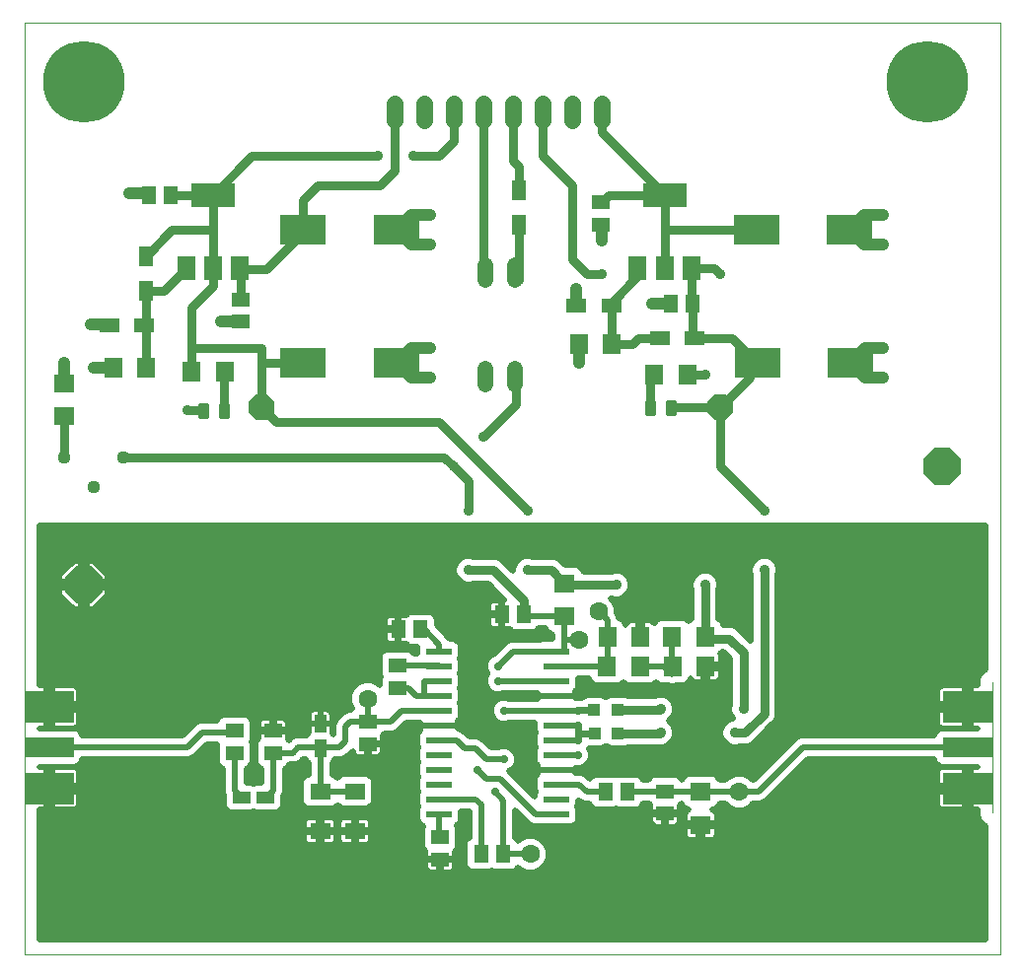
<source format=gtl>
G75*
%MOIN*%
%OFA0B0*%
%FSLAX25Y25*%
%IPPOS*%
%LPD*%
%AMOC8*
5,1,8,0,0,1.08239X$1,22.5*
%
%ADD10C,0.00000*%
%ADD11R,0.05118X0.05906*%
%ADD12R,0.05906X0.05118*%
%ADD13R,0.08700X0.02400*%
%ADD14R,0.07098X0.06299*%
%ADD15R,0.16500X0.07000*%
%ADD16R,0.16500X0.10500*%
%ADD17R,0.03937X0.03937*%
%ADD18R,0.06299X0.07098*%
%ADD19C,0.04400*%
%ADD20C,0.05200*%
%ADD21R,0.05906X0.03937*%
%ADD22R,0.03937X0.05906*%
%ADD23R,0.07087X0.05512*%
%ADD24R,0.15748X0.09843*%
%ADD25R,0.07087X0.04724*%
%ADD26R,0.06299X0.07087*%
%ADD27R,0.05906X0.07874*%
%ADD28R,0.14961X0.07874*%
%ADD29R,0.04724X0.07087*%
%ADD30OC8,0.08500*%
%ADD31C,0.06299*%
%ADD32C,0.00875*%
%ADD33C,0.05600*%
%ADD34OC8,0.12400*%
%ADD35C,0.01969*%
%ADD36C,0.02781*%
%ADD37C,0.03150*%
%ADD38C,0.03569*%
%ADD39C,0.27559*%
%ADD40C,0.05906*%
%ADD41C,0.03937*%
%ADD42C,0.02362*%
D10*
X0038506Y0001984D02*
X0038506Y0316945D01*
X0368207Y0316945D01*
X0368207Y0001984D01*
X0038506Y0001984D01*
X0038506Y0049984D02*
X0038506Y0093984D01*
X0365506Y0093984D02*
X0365506Y0049984D01*
D11*
X0242246Y0056984D03*
X0234766Y0056984D03*
X0200246Y0035984D03*
X0192766Y0035984D03*
X0172246Y0111984D03*
X0164766Y0111984D03*
X0199766Y0116984D03*
X0207246Y0116984D03*
X0256774Y0222031D03*
X0264254Y0222031D03*
X0087924Y0258937D03*
X0080443Y0258937D03*
D12*
X0111620Y0223594D03*
X0111620Y0216114D03*
X0233392Y0248933D03*
X0233392Y0256413D03*
X0164506Y0099724D03*
X0164506Y0092244D03*
X0154506Y0080724D03*
X0154506Y0073244D03*
X0122506Y0070244D03*
X0122506Y0077724D03*
X0109506Y0077724D03*
X0109506Y0070244D03*
X0179006Y0041724D03*
X0179006Y0034244D03*
X0255006Y0049744D03*
X0255006Y0057224D03*
D13*
X0218306Y0059484D03*
X0218306Y0054484D03*
X0218306Y0049484D03*
X0218306Y0064484D03*
X0218306Y0069484D03*
X0218306Y0074484D03*
X0218306Y0079484D03*
X0218306Y0084484D03*
X0218306Y0089484D03*
X0218306Y0094484D03*
X0218306Y0099484D03*
X0218306Y0104484D03*
X0178706Y0104484D03*
X0178706Y0099484D03*
X0178706Y0094484D03*
X0178706Y0089484D03*
X0178706Y0084484D03*
X0178706Y0079484D03*
X0178706Y0074484D03*
X0178706Y0069484D03*
X0178706Y0064484D03*
X0178706Y0059484D03*
X0178706Y0054484D03*
X0178706Y0049484D03*
D14*
X0221006Y0116386D03*
X0221006Y0127583D03*
X0267006Y0057083D03*
X0267006Y0045886D03*
X0051845Y0183945D03*
X0051845Y0195142D03*
D15*
X0046835Y0071984D03*
X0357178Y0071984D03*
D16*
X0357178Y0058226D03*
X0357178Y0085743D03*
X0046835Y0085743D03*
X0046835Y0058226D03*
D17*
X0231128Y0076791D03*
X0239002Y0076791D03*
X0238955Y0084772D03*
X0231081Y0084772D03*
D18*
X0235349Y0099559D03*
X0235467Y0109469D03*
X0246664Y0109469D03*
X0257349Y0109382D03*
X0257467Y0099528D03*
X0246546Y0099559D03*
X0268664Y0099528D03*
X0268546Y0109382D03*
X0262605Y0197984D03*
X0251408Y0197984D03*
X0106105Y0198984D03*
X0094908Y0198984D03*
D19*
X0071912Y0170236D03*
X0061912Y0160236D03*
X0051912Y0170236D03*
D20*
X0194254Y0194816D02*
X0194254Y0200016D01*
X0204254Y0200016D02*
X0204254Y0194816D01*
X0204254Y0230016D02*
X0204254Y0235216D01*
X0194254Y0235216D02*
X0194254Y0230016D01*
D21*
X0120091Y0055024D03*
X0111804Y0055024D03*
D22*
X0138506Y0071841D03*
X0138506Y0080128D03*
D23*
X0138451Y0057118D03*
X0150183Y0057236D03*
X0150183Y0043850D03*
X0138451Y0043732D03*
D24*
X0132758Y0201984D03*
X0164254Y0201984D03*
X0164254Y0246984D03*
X0132758Y0246984D03*
X0285858Y0246984D03*
X0317354Y0246984D03*
X0317654Y0201984D03*
X0286158Y0201984D03*
D25*
X0264967Y0210531D03*
X0253164Y0210531D03*
X0236845Y0221531D03*
X0225042Y0221531D03*
X0079093Y0214937D03*
X0067290Y0214937D03*
D26*
X0068546Y0200370D03*
X0079569Y0200370D03*
X0226065Y0208598D03*
X0237089Y0208598D03*
D27*
X0245751Y0233983D03*
X0254806Y0233983D03*
X0263861Y0233983D03*
X0111261Y0233983D03*
X0102206Y0233983D03*
X0093151Y0233983D03*
D28*
X0102206Y0258786D03*
X0254806Y0258786D03*
D29*
X0205593Y0260445D03*
X0205593Y0248642D03*
X0079554Y0238193D03*
X0079554Y0226390D03*
D30*
X0118506Y0186984D03*
X0273506Y0186984D03*
D31*
X0232506Y0117984D03*
X0226006Y0108484D03*
X0154506Y0088484D03*
X0209506Y0035984D03*
X0280006Y0056984D03*
D32*
X0258319Y0184921D02*
X0255693Y0184921D01*
X0255693Y0189047D01*
X0258319Y0189047D01*
X0258319Y0184921D01*
X0258319Y0185752D02*
X0255693Y0185752D01*
X0255693Y0186583D02*
X0258319Y0186583D01*
X0258319Y0187414D02*
X0255693Y0187414D01*
X0255693Y0188245D02*
X0258319Y0188245D01*
X0251319Y0184921D02*
X0248693Y0184921D01*
X0248693Y0189047D01*
X0251319Y0189047D01*
X0251319Y0184921D01*
X0251319Y0185752D02*
X0248693Y0185752D01*
X0248693Y0186583D02*
X0251319Y0186583D01*
X0251319Y0187414D02*
X0248693Y0187414D01*
X0248693Y0188245D02*
X0251319Y0188245D01*
X0107319Y0188047D02*
X0104693Y0188047D01*
X0107319Y0188047D02*
X0107319Y0183921D01*
X0104693Y0183921D01*
X0104693Y0188047D01*
X0104693Y0184752D02*
X0107319Y0184752D01*
X0107319Y0185583D02*
X0104693Y0185583D01*
X0104693Y0186414D02*
X0107319Y0186414D01*
X0107319Y0187245D02*
X0104693Y0187245D01*
X0100319Y0188047D02*
X0097693Y0188047D01*
X0100319Y0188047D02*
X0100319Y0183921D01*
X0097693Y0183921D01*
X0097693Y0188047D01*
X0097693Y0184752D02*
X0100319Y0184752D01*
X0100319Y0185583D02*
X0097693Y0185583D01*
X0097693Y0186414D02*
X0100319Y0186414D01*
X0100319Y0187245D02*
X0097693Y0187245D01*
D33*
X0163506Y0284184D02*
X0163506Y0289784D01*
X0173506Y0289784D02*
X0173506Y0284184D01*
X0183506Y0284184D02*
X0183506Y0289784D01*
X0193506Y0289784D02*
X0193506Y0284184D01*
X0203506Y0284184D02*
X0203506Y0289784D01*
X0213506Y0289784D02*
X0213506Y0284184D01*
X0223506Y0284184D02*
X0223506Y0289784D01*
X0233506Y0289784D02*
X0233506Y0284184D01*
D34*
X0348506Y0166984D03*
X0058506Y0126984D03*
D35*
X0057522Y0127873D02*
X0043491Y0127873D01*
X0043491Y0125906D02*
X0050322Y0125906D01*
X0050322Y0126000D02*
X0050322Y0123594D01*
X0055116Y0118800D01*
X0057522Y0118800D01*
X0057522Y0126000D01*
X0050322Y0126000D01*
X0050322Y0127968D02*
X0057522Y0127968D01*
X0057522Y0126000D01*
X0059491Y0126000D01*
X0059491Y0127968D01*
X0066691Y0127968D01*
X0066691Y0130374D01*
X0061896Y0135168D01*
X0059491Y0135168D01*
X0059491Y0127969D01*
X0057522Y0127969D01*
X0057522Y0135168D01*
X0055116Y0135168D01*
X0050322Y0130374D01*
X0050322Y0127968D01*
X0050322Y0129840D02*
X0043491Y0129840D01*
X0043491Y0131807D02*
X0051755Y0131807D01*
X0053722Y0133774D02*
X0043491Y0133774D01*
X0043491Y0135741D02*
X0185520Y0135741D01*
X0185805Y0136027D02*
X0184464Y0134685D01*
X0183738Y0132933D01*
X0183738Y0131036D01*
X0184464Y0129283D01*
X0185805Y0127942D01*
X0187558Y0127216D01*
X0189455Y0127216D01*
X0189960Y0127425D01*
X0195118Y0127425D01*
X0200622Y0121921D01*
X0200061Y0121921D01*
X0200061Y0117280D01*
X0199471Y0117280D01*
X0199471Y0121921D01*
X0196946Y0121921D01*
X0196441Y0121786D01*
X0195989Y0121525D01*
X0195619Y0121155D01*
X0195358Y0120703D01*
X0195223Y0120198D01*
X0195223Y0117280D01*
X0199471Y0117280D01*
X0199471Y0116689D01*
X0200061Y0116689D01*
X0200061Y0112047D01*
X0202451Y0112047D01*
X0202997Y0111502D01*
X0204094Y0111047D01*
X0210399Y0111047D01*
X0211496Y0111502D01*
X0212335Y0112341D01*
X0212367Y0112417D01*
X0214566Y0112417D01*
X0214927Y0111546D01*
X0215767Y0110706D01*
X0216838Y0110263D01*
X0216838Y0108668D01*
X0213363Y0108668D01*
X0212842Y0108453D01*
X0202717Y0108453D01*
X0201258Y0107849D01*
X0200142Y0106732D01*
X0197009Y0103599D01*
X0196028Y0103193D01*
X0194798Y0101962D01*
X0194131Y0100354D01*
X0194131Y0098614D01*
X0194798Y0097006D01*
X0194819Y0096984D01*
X0194798Y0096962D01*
X0194131Y0095354D01*
X0194131Y0093614D01*
X0194798Y0092006D01*
X0196028Y0090775D01*
X0197636Y0090109D01*
X0199377Y0090109D01*
X0200357Y0090516D01*
X0211972Y0090516D01*
X0211972Y0089484D01*
X0211972Y0088453D01*
X0202357Y0088453D01*
X0201377Y0088859D01*
X0199636Y0088859D01*
X0198028Y0088193D01*
X0196798Y0086962D01*
X0196131Y0085354D01*
X0196131Y0083614D01*
X0196798Y0082006D01*
X0198028Y0080775D01*
X0199636Y0080109D01*
X0201377Y0080109D01*
X0202357Y0080516D01*
X0210972Y0080516D01*
X0210972Y0077691D01*
X0211265Y0076984D01*
X0210972Y0076278D01*
X0210972Y0072691D01*
X0211265Y0071984D01*
X0210972Y0071278D01*
X0210972Y0067691D01*
X0211426Y0066594D01*
X0211994Y0066026D01*
X0211972Y0065945D01*
X0211972Y0064484D01*
X0211972Y0063023D01*
X0211994Y0062942D01*
X0211426Y0062375D01*
X0210972Y0061278D01*
X0210972Y0057691D01*
X0211265Y0056984D01*
X0210972Y0056278D01*
X0210972Y0055318D01*
X0202298Y0063991D01*
X0202984Y0064275D01*
X0204215Y0065506D01*
X0204881Y0067114D01*
X0204881Y0068854D01*
X0204215Y0070462D01*
X0202984Y0071693D01*
X0201377Y0072359D01*
X0199636Y0072359D01*
X0198655Y0071953D01*
X0196337Y0071953D01*
X0193066Y0075223D01*
X0191608Y0075828D01*
X0188775Y0075828D01*
X0186754Y0077849D01*
X0185296Y0078453D01*
X0185041Y0078453D01*
X0185041Y0079484D01*
X0178706Y0079484D01*
X0172372Y0079484D01*
X0172372Y0078023D01*
X0172394Y0077942D01*
X0171826Y0077375D01*
X0171372Y0076278D01*
X0171372Y0072691D01*
X0171665Y0071984D01*
X0171372Y0071278D01*
X0171372Y0067691D01*
X0171665Y0066984D01*
X0171372Y0066278D01*
X0171372Y0062691D01*
X0171665Y0061984D01*
X0171372Y0061278D01*
X0171372Y0057691D01*
X0171665Y0056984D01*
X0171372Y0056278D01*
X0171372Y0052691D01*
X0171665Y0051984D01*
X0171372Y0051278D01*
X0171372Y0047691D01*
X0171826Y0046594D01*
X0172666Y0045754D01*
X0173320Y0045483D01*
X0173069Y0044877D01*
X0173069Y0038572D01*
X0173524Y0037475D01*
X0174069Y0036929D01*
X0174069Y0034539D01*
X0178711Y0034539D01*
X0178711Y0033949D01*
X0174069Y0033949D01*
X0174069Y0031424D01*
X0174205Y0030919D01*
X0174466Y0030467D01*
X0174835Y0030097D01*
X0175288Y0029836D01*
X0175792Y0029701D01*
X0178711Y0029701D01*
X0178711Y0033949D01*
X0179302Y0033949D01*
X0179302Y0034539D01*
X0183943Y0034539D01*
X0183943Y0036929D01*
X0184489Y0037475D01*
X0184943Y0038572D01*
X0184943Y0044877D01*
X0184604Y0045695D01*
X0184747Y0045754D01*
X0185586Y0046594D01*
X0186041Y0047691D01*
X0186041Y0050516D01*
X0188798Y0050516D01*
X0188798Y0041583D01*
X0188517Y0041467D01*
X0187677Y0040627D01*
X0187223Y0039531D01*
X0187223Y0032438D01*
X0187677Y0031341D01*
X0188517Y0030502D01*
X0189613Y0030047D01*
X0195919Y0030047D01*
X0196506Y0030291D01*
X0197094Y0030047D01*
X0203399Y0030047D01*
X0204496Y0030502D01*
X0205335Y0031341D01*
X0205376Y0031440D01*
X0206032Y0030784D01*
X0208286Y0029850D01*
X0210726Y0029850D01*
X0212981Y0030784D01*
X0214706Y0032510D01*
X0215640Y0034764D01*
X0215640Y0037204D01*
X0214706Y0039459D01*
X0212981Y0041184D01*
X0210726Y0042118D01*
X0208286Y0042118D01*
X0206032Y0041184D01*
X0205376Y0040529D01*
X0205335Y0040627D01*
X0204496Y0041467D01*
X0204215Y0041583D01*
X0204215Y0050850D01*
X0208945Y0046120D01*
X0210404Y0045516D01*
X0212842Y0045516D01*
X0213363Y0045300D01*
X0223250Y0045300D01*
X0224347Y0045754D01*
X0225186Y0046594D01*
X0225641Y0047691D01*
X0225641Y0051278D01*
X0225348Y0051984D01*
X0225641Y0052691D01*
X0225641Y0054238D01*
X0226258Y0053620D01*
X0227717Y0053016D01*
X0229398Y0053016D01*
X0229677Y0052341D01*
X0230517Y0051502D01*
X0231613Y0051047D01*
X0237919Y0051047D01*
X0238506Y0051291D01*
X0239094Y0051047D01*
X0245399Y0051047D01*
X0246496Y0051502D01*
X0247335Y0052341D01*
X0247615Y0053016D01*
X0249507Y0053016D01*
X0249524Y0052975D01*
X0250069Y0052429D01*
X0250069Y0050039D01*
X0254711Y0050039D01*
X0254711Y0049449D01*
X0250069Y0049449D01*
X0250069Y0046924D01*
X0250205Y0046419D01*
X0250466Y0045967D01*
X0250835Y0045597D01*
X0251288Y0045336D01*
X0251792Y0045201D01*
X0254711Y0045201D01*
X0254711Y0049449D01*
X0255302Y0049449D01*
X0255302Y0050039D01*
X0259943Y0050039D01*
X0259943Y0052429D01*
X0260489Y0052975D01*
X0260556Y0053138D01*
X0260927Y0052243D01*
X0261767Y0051403D01*
X0262863Y0050949D01*
X0262931Y0050949D01*
X0262691Y0050884D01*
X0262239Y0050623D01*
X0261869Y0050254D01*
X0261608Y0049801D01*
X0261473Y0049297D01*
X0261473Y0046476D01*
X0266416Y0046476D01*
X0266416Y0045295D01*
X0267597Y0045295D01*
X0267597Y0040752D01*
X0270817Y0040752D01*
X0271321Y0040887D01*
X0271774Y0041148D01*
X0272143Y0041518D01*
X0272405Y0041970D01*
X0272540Y0042475D01*
X0272540Y0045295D01*
X0267597Y0045295D01*
X0267597Y0046476D01*
X0272540Y0046476D01*
X0272540Y0049297D01*
X0272405Y0049801D01*
X0272143Y0050254D01*
X0271774Y0050623D01*
X0271321Y0050884D01*
X0271081Y0050949D01*
X0271149Y0050949D01*
X0272246Y0051403D01*
X0273085Y0052243D01*
X0273446Y0053114D01*
X0275202Y0053114D01*
X0276532Y0051784D01*
X0278786Y0050850D01*
X0281226Y0050850D01*
X0283481Y0051784D01*
X0284712Y0053016D01*
X0287296Y0053016D01*
X0288754Y0053620D01*
X0289871Y0054736D01*
X0303150Y0068016D01*
X0345944Y0068016D01*
X0345944Y0067891D01*
X0346398Y0066794D01*
X0347237Y0065954D01*
X0348334Y0065500D01*
X0360522Y0065500D01*
X0360522Y0065460D01*
X0358162Y0065460D01*
X0358162Y0059210D01*
X0356194Y0059210D01*
X0356194Y0065460D01*
X0348667Y0065460D01*
X0348162Y0065325D01*
X0347710Y0065064D01*
X0347340Y0064694D01*
X0347079Y0064242D01*
X0346944Y0063737D01*
X0346944Y0059210D01*
X0356194Y0059210D01*
X0356194Y0057242D01*
X0358162Y0057242D01*
X0358162Y0050992D01*
X0360522Y0050992D01*
X0360522Y0048993D01*
X0361281Y0047161D01*
X0362683Y0045759D01*
X0363223Y0045535D01*
X0363223Y0006968D01*
X0043491Y0006968D01*
X0043491Y0050992D01*
X0045850Y0050992D01*
X0045850Y0057242D01*
X0047819Y0057242D01*
X0047819Y0059210D01*
X0057069Y0059210D01*
X0057069Y0063737D01*
X0056934Y0064242D01*
X0056672Y0064694D01*
X0056303Y0065064D01*
X0055851Y0065325D01*
X0055346Y0065460D01*
X0047819Y0065460D01*
X0047819Y0059210D01*
X0045850Y0059210D01*
X0045850Y0065460D01*
X0043491Y0065460D01*
X0043491Y0065500D01*
X0055678Y0065500D01*
X0056775Y0065954D01*
X0057615Y0066794D01*
X0058069Y0067891D01*
X0058069Y0068016D01*
X0094296Y0068016D01*
X0095754Y0068620D01*
X0096871Y0069736D01*
X0100150Y0073016D01*
X0103569Y0073016D01*
X0103569Y0067091D01*
X0104024Y0065995D01*
X0104863Y0065155D01*
X0105538Y0064876D01*
X0105538Y0056531D01*
X0105867Y0055738D01*
X0105867Y0052462D01*
X0106321Y0051365D01*
X0107160Y0050525D01*
X0108257Y0050071D01*
X0115350Y0050071D01*
X0115947Y0050318D01*
X0116545Y0050071D01*
X0123637Y0050071D01*
X0124734Y0050525D01*
X0125574Y0051365D01*
X0126028Y0052462D01*
X0126028Y0055571D01*
X0126475Y0056650D01*
X0126475Y0064876D01*
X0127149Y0065155D01*
X0127989Y0065995D01*
X0128105Y0066276D01*
X0130056Y0066276D01*
X0131514Y0066880D01*
X0132650Y0068016D01*
X0133669Y0068016D01*
X0134008Y0067197D01*
X0134538Y0066667D01*
X0134538Y0062858D01*
X0134314Y0062858D01*
X0133217Y0062404D01*
X0132378Y0061564D01*
X0131924Y0060468D01*
X0131924Y0053769D01*
X0132378Y0052672D01*
X0133217Y0051832D01*
X0134314Y0051378D01*
X0142588Y0051378D01*
X0143685Y0051832D01*
X0144376Y0052524D01*
X0144950Y0051950D01*
X0146047Y0051496D01*
X0154320Y0051496D01*
X0155417Y0051950D01*
X0156257Y0052790D01*
X0156711Y0053887D01*
X0156711Y0060586D01*
X0156257Y0061683D01*
X0155417Y0062522D01*
X0154320Y0062976D01*
X0146047Y0062976D01*
X0144950Y0062522D01*
X0144258Y0061831D01*
X0143685Y0062404D01*
X0142588Y0062858D01*
X0142475Y0062858D01*
X0142475Y0066667D01*
X0143005Y0067197D01*
X0143344Y0068016D01*
X0145796Y0068016D01*
X0147254Y0068620D01*
X0149569Y0070935D01*
X0149569Y0070424D01*
X0149705Y0069919D01*
X0149966Y0069467D01*
X0150335Y0069097D01*
X0150788Y0068836D01*
X0151292Y0068701D01*
X0154211Y0068701D01*
X0154211Y0072949D01*
X0154802Y0072949D01*
X0154802Y0073539D01*
X0159443Y0073539D01*
X0159443Y0075929D01*
X0159989Y0076475D01*
X0160105Y0076756D01*
X0163036Y0076756D01*
X0164494Y0077360D01*
X0167650Y0080516D01*
X0172372Y0080516D01*
X0172372Y0079484D01*
X0178706Y0079484D01*
X0178706Y0079484D01*
X0178706Y0079484D01*
X0185041Y0079484D01*
X0185041Y0080945D01*
X0185019Y0081026D01*
X0185586Y0081594D01*
X0186041Y0082691D01*
X0186041Y0086278D01*
X0185748Y0086984D01*
X0186041Y0087691D01*
X0186041Y0091278D01*
X0185748Y0091984D01*
X0186041Y0092691D01*
X0186041Y0096278D01*
X0185748Y0096984D01*
X0186041Y0097691D01*
X0186041Y0101278D01*
X0185748Y0101984D01*
X0186041Y0102691D01*
X0186041Y0106278D01*
X0185586Y0107375D01*
X0184747Y0108214D01*
X0183650Y0108668D01*
X0182221Y0108668D01*
X0182071Y0109032D01*
X0177790Y0113313D01*
X0177790Y0115531D01*
X0177335Y0116627D01*
X0176496Y0117467D01*
X0175399Y0117921D01*
X0169094Y0117921D01*
X0167997Y0117467D01*
X0167451Y0116921D01*
X0165061Y0116921D01*
X0165061Y0112280D01*
X0164471Y0112280D01*
X0164471Y0116921D01*
X0161946Y0116921D01*
X0161441Y0116786D01*
X0160989Y0116525D01*
X0160619Y0116155D01*
X0160358Y0115703D01*
X0160223Y0115198D01*
X0160223Y0112280D01*
X0164471Y0112280D01*
X0164471Y0111689D01*
X0165061Y0111689D01*
X0165061Y0107047D01*
X0167451Y0107047D01*
X0167997Y0106502D01*
X0169094Y0106047D01*
X0171372Y0106047D01*
X0171372Y0103693D01*
X0170105Y0103693D01*
X0169989Y0103974D01*
X0169149Y0104813D01*
X0168053Y0105268D01*
X0160960Y0105268D01*
X0159863Y0104813D01*
X0159024Y0103974D01*
X0158569Y0102877D01*
X0158569Y0096572D01*
X0158813Y0095984D01*
X0158569Y0095397D01*
X0158569Y0093096D01*
X0157981Y0093684D01*
X0155726Y0094618D01*
X0153286Y0094618D01*
X0151032Y0093684D01*
X0149306Y0091959D01*
X0148372Y0089704D01*
X0148372Y0087264D01*
X0149234Y0085184D01*
X0149024Y0084974D01*
X0148907Y0084693D01*
X0147957Y0084693D01*
X0146498Y0084089D01*
X0144758Y0082349D01*
X0143642Y0081232D01*
X0143038Y0079774D01*
X0143038Y0076404D01*
X0143005Y0076484D01*
X0142459Y0077029D01*
X0142459Y0080128D01*
X0142459Y0083342D01*
X0142324Y0083847D01*
X0142063Y0084299D01*
X0141693Y0084668D01*
X0141241Y0084930D01*
X0140736Y0085065D01*
X0138506Y0085065D01*
X0136277Y0085065D01*
X0135772Y0084930D01*
X0135319Y0084668D01*
X0134950Y0084299D01*
X0134689Y0083847D01*
X0134554Y0083342D01*
X0134554Y0080128D01*
X0138506Y0080128D01*
X0138506Y0080128D01*
X0134554Y0080128D01*
X0134554Y0077029D01*
X0134008Y0076484D01*
X0133788Y0075953D01*
X0130217Y0075953D01*
X0128758Y0075349D01*
X0127946Y0074536D01*
X0127443Y0075039D01*
X0127443Y0077429D01*
X0122802Y0077429D01*
X0122802Y0078020D01*
X0127443Y0078020D01*
X0127443Y0080545D01*
X0127308Y0081049D01*
X0127047Y0081502D01*
X0126677Y0081871D01*
X0126225Y0082132D01*
X0125720Y0082268D01*
X0122802Y0082268D01*
X0122802Y0078020D01*
X0122211Y0078020D01*
X0122211Y0082268D01*
X0119292Y0082268D01*
X0118788Y0082132D01*
X0118335Y0081871D01*
X0117966Y0081502D01*
X0117705Y0081049D01*
X0117569Y0080545D01*
X0117569Y0078020D01*
X0122211Y0078020D01*
X0122211Y0077429D01*
X0117569Y0077429D01*
X0117569Y0075039D01*
X0117024Y0074494D01*
X0116569Y0073397D01*
X0116569Y0067091D01*
X0117024Y0065995D01*
X0117863Y0065155D01*
X0118538Y0064876D01*
X0118538Y0059976D01*
X0116545Y0059976D01*
X0115947Y0059729D01*
X0115350Y0059976D01*
X0113475Y0059976D01*
X0113475Y0064876D01*
X0114149Y0065155D01*
X0114989Y0065995D01*
X0115443Y0067091D01*
X0115443Y0073397D01*
X0115200Y0073984D01*
X0115443Y0074572D01*
X0115443Y0080877D01*
X0114989Y0081974D01*
X0114149Y0082813D01*
X0113053Y0083268D01*
X0105960Y0083268D01*
X0104863Y0082813D01*
X0104024Y0081974D01*
X0103601Y0080953D01*
X0097717Y0080953D01*
X0096258Y0080349D01*
X0091862Y0075953D01*
X0058069Y0075953D01*
X0058069Y0076078D01*
X0057615Y0077175D01*
X0056775Y0078014D01*
X0055678Y0078468D01*
X0043491Y0078468D01*
X0043491Y0078508D01*
X0045850Y0078508D01*
X0045850Y0084758D01*
X0047819Y0084758D01*
X0047819Y0078508D01*
X0055346Y0078508D01*
X0055851Y0078643D01*
X0056303Y0078905D01*
X0056672Y0079274D01*
X0056934Y0079727D01*
X0057069Y0080231D01*
X0057069Y0084758D01*
X0047819Y0084758D01*
X0047819Y0086727D01*
X0045850Y0086727D01*
X0045850Y0092977D01*
X0043491Y0092977D01*
X0043491Y0146984D01*
X0363223Y0146984D01*
X0363223Y0098433D01*
X0362683Y0098210D01*
X0361281Y0096808D01*
X0360522Y0094976D01*
X0360522Y0092977D01*
X0358162Y0092977D01*
X0358162Y0086727D01*
X0356194Y0086727D01*
X0356194Y0092977D01*
X0348667Y0092977D01*
X0348162Y0092842D01*
X0347710Y0092580D01*
X0347340Y0092211D01*
X0347079Y0091758D01*
X0346944Y0091254D01*
X0346944Y0086727D01*
X0356194Y0086727D01*
X0356194Y0084758D01*
X0358162Y0084758D01*
X0358162Y0078508D01*
X0360522Y0078508D01*
X0360522Y0078468D01*
X0348334Y0078468D01*
X0347237Y0078014D01*
X0346398Y0077175D01*
X0345944Y0076078D01*
X0345944Y0075953D01*
X0300717Y0075953D01*
X0299258Y0075349D01*
X0284862Y0060953D01*
X0284712Y0060953D01*
X0283481Y0062184D01*
X0281226Y0063118D01*
X0278786Y0063118D01*
X0276532Y0062184D01*
X0275399Y0061051D01*
X0273446Y0061051D01*
X0273085Y0061923D01*
X0272246Y0062762D01*
X0271149Y0063217D01*
X0262863Y0063217D01*
X0261767Y0062762D01*
X0260927Y0061923D01*
X0260625Y0061193D01*
X0260605Y0061193D01*
X0260489Y0061474D01*
X0259649Y0062313D01*
X0258553Y0062768D01*
X0251460Y0062768D01*
X0250363Y0062313D01*
X0249524Y0061474D01*
X0249308Y0060953D01*
X0247615Y0060953D01*
X0247335Y0061627D01*
X0246496Y0062467D01*
X0245399Y0062921D01*
X0239094Y0062921D01*
X0238506Y0062678D01*
X0237919Y0062921D01*
X0231613Y0062921D01*
X0230517Y0062467D01*
X0229677Y0061627D01*
X0229618Y0061485D01*
X0228254Y0062849D01*
X0226796Y0063453D01*
X0224641Y0063453D01*
X0224641Y0064484D01*
X0218306Y0064484D01*
X0211972Y0064484D01*
X0218306Y0064484D01*
X0218306Y0064484D01*
X0218306Y0064484D01*
X0224641Y0064484D01*
X0224641Y0065109D01*
X0226377Y0065109D01*
X0227984Y0065775D01*
X0229215Y0067006D01*
X0229881Y0068614D01*
X0229881Y0070354D01*
X0229266Y0071839D01*
X0233690Y0071839D01*
X0234787Y0072293D01*
X0235065Y0072571D01*
X0235343Y0072293D01*
X0236440Y0071839D01*
X0241564Y0071839D01*
X0242515Y0072232D01*
X0252518Y0072232D01*
X0252558Y0072216D01*
X0254455Y0072216D01*
X0256207Y0072942D01*
X0257549Y0074283D01*
X0258275Y0076036D01*
X0258275Y0077933D01*
X0257549Y0079685D01*
X0256250Y0080984D01*
X0257549Y0082283D01*
X0258275Y0084036D01*
X0258275Y0085933D01*
X0257549Y0087685D01*
X0256207Y0089027D01*
X0254455Y0089753D01*
X0252558Y0089753D01*
X0251539Y0089331D01*
X0242468Y0089331D01*
X0241517Y0089724D01*
X0236393Y0089724D01*
X0235296Y0089270D01*
X0235018Y0088992D01*
X0234740Y0089270D01*
X0233643Y0089724D01*
X0228519Y0089724D01*
X0227422Y0089270D01*
X0227089Y0088937D01*
X0224965Y0088937D01*
X0224777Y0088859D01*
X0224641Y0088859D01*
X0224641Y0089484D01*
X0218306Y0089484D01*
X0211972Y0089484D01*
X0218306Y0089484D01*
X0218306Y0089484D01*
X0218306Y0089484D01*
X0224641Y0089484D01*
X0224641Y0090945D01*
X0224619Y0091026D01*
X0225186Y0091594D01*
X0225641Y0092691D01*
X0225641Y0095516D01*
X0229215Y0095516D01*
X0229215Y0095416D01*
X0229669Y0094319D01*
X0230509Y0093480D01*
X0231606Y0093026D01*
X0239092Y0093026D01*
X0240189Y0093480D01*
X0240947Y0094238D01*
X0241706Y0093480D01*
X0242802Y0093026D01*
X0250289Y0093026D01*
X0251386Y0093480D01*
X0251991Y0094085D01*
X0252627Y0093448D01*
X0253724Y0092994D01*
X0255794Y0092994D01*
X0256559Y0092677D01*
X0258138Y0092677D01*
X0258903Y0092994D01*
X0261210Y0092994D01*
X0262307Y0093448D01*
X0263146Y0094288D01*
X0263601Y0095385D01*
X0263601Y0095453D01*
X0263665Y0095212D01*
X0263926Y0094760D01*
X0264296Y0094391D01*
X0264748Y0094129D01*
X0265253Y0093994D01*
X0268073Y0093994D01*
X0268073Y0098937D01*
X0269254Y0098937D01*
X0269254Y0093994D01*
X0272075Y0093994D01*
X0272579Y0094129D01*
X0273032Y0094391D01*
X0273401Y0094760D01*
X0273662Y0095212D01*
X0273798Y0095717D01*
X0273798Y0098937D01*
X0269254Y0098937D01*
X0269254Y0100118D01*
X0273798Y0100118D01*
X0273798Y0103338D01*
X0273718Y0103635D01*
X0274225Y0104142D01*
X0274316Y0104362D01*
X0274681Y0104362D01*
X0276947Y0102096D01*
X0276947Y0086438D01*
X0276738Y0085933D01*
X0276738Y0084036D01*
X0277464Y0082283D01*
X0277994Y0081753D01*
X0277558Y0081753D01*
X0275805Y0081027D01*
X0274464Y0079685D01*
X0273738Y0077933D01*
X0273738Y0076036D01*
X0274464Y0074283D01*
X0275805Y0072942D01*
X0277558Y0072216D01*
X0279455Y0072216D01*
X0279960Y0072425D01*
X0282913Y0072425D01*
X0284589Y0073119D01*
X0291089Y0079619D01*
X0292371Y0080902D01*
X0293065Y0082577D01*
X0293065Y0130530D01*
X0293275Y0131036D01*
X0293275Y0132933D01*
X0292549Y0134685D01*
X0291207Y0136027D01*
X0289455Y0136753D01*
X0287558Y0136753D01*
X0285805Y0136027D01*
X0284464Y0134685D01*
X0283738Y0132933D01*
X0283738Y0131036D01*
X0283947Y0130530D01*
X0283947Y0107991D01*
X0279152Y0112786D01*
X0277476Y0113480D01*
X0274680Y0113480D01*
X0274680Y0113525D01*
X0274225Y0114622D01*
X0273386Y0115461D01*
X0273065Y0115594D01*
X0273065Y0125530D01*
X0273275Y0126036D01*
X0273275Y0127933D01*
X0272549Y0129685D01*
X0271207Y0131027D01*
X0269455Y0131753D01*
X0267558Y0131753D01*
X0265805Y0131027D01*
X0264464Y0129685D01*
X0263738Y0127933D01*
X0263738Y0126036D01*
X0263947Y0125530D01*
X0263947Y0115561D01*
X0263706Y0115461D01*
X0262947Y0114703D01*
X0262189Y0115461D01*
X0261092Y0115915D01*
X0253606Y0115915D01*
X0252509Y0115461D01*
X0251669Y0114622D01*
X0251464Y0114127D01*
X0251401Y0114236D01*
X0251032Y0114605D01*
X0250579Y0114867D01*
X0250075Y0115002D01*
X0247254Y0115002D01*
X0247254Y0110059D01*
X0246073Y0110059D01*
X0246073Y0115002D01*
X0243253Y0115002D01*
X0242748Y0114867D01*
X0242296Y0114605D01*
X0241926Y0114236D01*
X0241665Y0113784D01*
X0241601Y0113543D01*
X0241601Y0113611D01*
X0241146Y0114708D01*
X0240307Y0115548D01*
X0239388Y0115928D01*
X0238831Y0117272D01*
X0238640Y0117463D01*
X0238640Y0119204D01*
X0237706Y0121459D01*
X0236740Y0122425D01*
X0237052Y0122425D01*
X0237558Y0122216D01*
X0239455Y0122216D01*
X0241207Y0122942D01*
X0242549Y0124283D01*
X0243275Y0126036D01*
X0243275Y0127933D01*
X0242549Y0129685D01*
X0241207Y0131027D01*
X0239455Y0131753D01*
X0237558Y0131753D01*
X0237052Y0131543D01*
X0227450Y0131543D01*
X0227085Y0132423D01*
X0226246Y0133262D01*
X0225149Y0133717D01*
X0221320Y0133717D01*
X0220470Y0134567D01*
X0219187Y0135849D01*
X0217512Y0136543D01*
X0209960Y0136543D01*
X0209455Y0136753D01*
X0207558Y0136753D01*
X0205805Y0136027D01*
X0204464Y0134685D01*
X0203738Y0132933D01*
X0203738Y0131700D01*
X0199589Y0135849D01*
X0197913Y0136543D01*
X0189960Y0136543D01*
X0189455Y0136753D01*
X0187558Y0136753D01*
X0185805Y0136027D01*
X0184086Y0133774D02*
X0063291Y0133774D01*
X0065258Y0131807D02*
X0183738Y0131807D01*
X0184233Y0129840D02*
X0066691Y0129840D01*
X0066691Y0126000D02*
X0059491Y0126000D01*
X0059491Y0118800D01*
X0061896Y0118800D01*
X0066691Y0123594D01*
X0066691Y0126000D01*
X0066691Y0125906D02*
X0196637Y0125906D01*
X0198604Y0123939D02*
X0066691Y0123939D01*
X0065069Y0121972D02*
X0200571Y0121972D01*
X0200061Y0120005D02*
X0199471Y0120005D01*
X0199471Y0118038D02*
X0200061Y0118038D01*
X0199471Y0116689D02*
X0195223Y0116689D01*
X0195223Y0113770D01*
X0195358Y0113266D01*
X0195619Y0112813D01*
X0195989Y0112444D01*
X0196441Y0112182D01*
X0196946Y0112047D01*
X0199471Y0112047D01*
X0199471Y0116689D01*
X0199471Y0116071D02*
X0200061Y0116071D01*
X0200061Y0114104D02*
X0199471Y0114104D01*
X0199471Y0112137D02*
X0200061Y0112137D01*
X0196610Y0112137D02*
X0178966Y0112137D01*
X0177790Y0114104D02*
X0195223Y0114104D01*
X0195223Y0116071D02*
X0177566Y0116071D01*
X0173506Y0111984D02*
X0178706Y0106784D01*
X0178706Y0104484D01*
X0178466Y0099724D02*
X0164506Y0099724D01*
X0158569Y0100335D02*
X0043491Y0100335D01*
X0043491Y0098368D02*
X0158569Y0098368D01*
X0158640Y0096401D02*
X0043491Y0096401D01*
X0043491Y0094434D02*
X0152842Y0094434D01*
X0156171Y0094434D02*
X0158569Y0094434D01*
X0164506Y0092244D02*
X0168246Y0092244D01*
X0171006Y0089484D01*
X0173506Y0089484D01*
X0173506Y0094484D01*
X0178706Y0094484D01*
X0178706Y0089484D02*
X0173506Y0089484D01*
X0178706Y0084484D02*
X0166006Y0084484D01*
X0162246Y0080724D01*
X0154506Y0080724D01*
X0148746Y0080724D01*
X0147006Y0078984D01*
X0147006Y0073984D01*
X0145006Y0071984D01*
X0138650Y0071984D01*
X0131006Y0071984D01*
X0129266Y0070244D01*
X0122506Y0070244D01*
X0122506Y0057439D01*
X0120091Y0055024D01*
X0126028Y0055094D02*
X0131924Y0055094D01*
X0131924Y0057061D02*
X0126475Y0057061D01*
X0126475Y0059028D02*
X0131924Y0059028D01*
X0132142Y0060995D02*
X0126475Y0060995D01*
X0126475Y0062962D02*
X0134538Y0062962D01*
X0134538Y0064929D02*
X0126603Y0064929D01*
X0131530Y0066896D02*
X0134309Y0066896D01*
X0138506Y0071841D02*
X0138506Y0057299D01*
X0138569Y0057236D01*
X0138451Y0057118D01*
X0138569Y0057236D02*
X0150183Y0057236D01*
X0156711Y0057061D02*
X0171633Y0057061D01*
X0171372Y0059028D02*
X0156711Y0059028D01*
X0156542Y0060995D02*
X0171372Y0060995D01*
X0171372Y0062962D02*
X0154356Y0062962D01*
X0154802Y0068701D02*
X0157720Y0068701D01*
X0158225Y0068836D01*
X0158677Y0069097D01*
X0159047Y0069467D01*
X0159308Y0069919D01*
X0159443Y0070424D01*
X0159443Y0072949D01*
X0154802Y0072949D01*
X0154802Y0068701D01*
X0154802Y0068863D02*
X0154211Y0068863D01*
X0154211Y0070830D02*
X0154802Y0070830D01*
X0154802Y0072797D02*
X0154211Y0072797D01*
X0149569Y0070830D02*
X0149464Y0070830D01*
X0150741Y0068863D02*
X0147497Y0068863D01*
X0142703Y0066896D02*
X0171628Y0066896D01*
X0171372Y0068863D02*
X0158271Y0068863D01*
X0159443Y0070830D02*
X0171372Y0070830D01*
X0171372Y0072797D02*
X0159443Y0072797D01*
X0159443Y0074764D02*
X0171372Y0074764D01*
X0171560Y0076731D02*
X0160095Y0076731D01*
X0154506Y0080724D02*
X0154506Y0088484D01*
X0149814Y0092467D02*
X0056416Y0092467D01*
X0056303Y0092580D02*
X0055851Y0092842D01*
X0055346Y0092977D01*
X0047819Y0092977D01*
X0047819Y0086727D01*
X0057069Y0086727D01*
X0057069Y0091254D01*
X0056934Y0091758D01*
X0056672Y0092211D01*
X0056303Y0092580D01*
X0057069Y0090500D02*
X0148702Y0090500D01*
X0148372Y0088533D02*
X0057069Y0088533D01*
X0057069Y0084599D02*
X0135250Y0084599D01*
X0134554Y0082632D02*
X0114331Y0082632D01*
X0115443Y0080665D02*
X0117602Y0080665D01*
X0117569Y0078698D02*
X0115443Y0078698D01*
X0115443Y0076731D02*
X0117569Y0076731D01*
X0117294Y0074764D02*
X0115443Y0074764D01*
X0115443Y0072797D02*
X0116569Y0072797D01*
X0116569Y0070830D02*
X0115443Y0070830D01*
X0115443Y0068863D02*
X0116569Y0068863D01*
X0116650Y0066896D02*
X0115362Y0066896D01*
X0113603Y0064929D02*
X0118410Y0064929D01*
X0118538Y0062962D02*
X0113475Y0062962D01*
X0113475Y0060995D02*
X0118538Y0060995D01*
X0111804Y0055024D02*
X0109506Y0057321D01*
X0109506Y0070244D01*
X0103569Y0070830D02*
X0097964Y0070830D01*
X0099931Y0072797D02*
X0103569Y0072797D01*
X0103569Y0068863D02*
X0095997Y0068863D01*
X0093506Y0071984D02*
X0046835Y0071984D01*
X0045850Y0078698D02*
X0047819Y0078698D01*
X0047819Y0080665D02*
X0045850Y0080665D01*
X0045850Y0082632D02*
X0047819Y0082632D01*
X0047819Y0084599D02*
X0045850Y0084599D01*
X0047819Y0086566D02*
X0148662Y0086566D01*
X0147730Y0084599D02*
X0141763Y0084599D01*
X0142459Y0082632D02*
X0145042Y0082632D01*
X0143407Y0080665D02*
X0142459Y0080665D01*
X0142459Y0080128D02*
X0138506Y0080128D01*
X0138506Y0085065D01*
X0138506Y0080128D01*
X0138506Y0080128D01*
X0138506Y0080128D01*
X0142459Y0080128D01*
X0142459Y0078698D02*
X0143038Y0078698D01*
X0143038Y0076731D02*
X0142758Y0076731D01*
X0138506Y0080665D02*
X0138506Y0080665D01*
X0138506Y0082632D02*
X0138506Y0082632D01*
X0138506Y0084599D02*
X0138506Y0084599D01*
X0134554Y0080665D02*
X0127411Y0080665D01*
X0127443Y0078698D02*
X0134554Y0078698D01*
X0134255Y0076731D02*
X0127443Y0076731D01*
X0127719Y0074764D02*
X0128174Y0074764D01*
X0122802Y0078698D02*
X0122211Y0078698D01*
X0122211Y0080665D02*
X0122802Y0080665D01*
X0109506Y0077724D02*
X0108766Y0076984D01*
X0098506Y0076984D01*
X0093506Y0071984D01*
X0092641Y0076731D02*
X0057798Y0076731D01*
X0055945Y0078698D02*
X0094608Y0078698D01*
X0097022Y0080665D02*
X0057069Y0080665D01*
X0057069Y0082632D02*
X0104682Y0082632D01*
X0103650Y0066896D02*
X0057657Y0066896D01*
X0056438Y0064929D02*
X0105410Y0064929D01*
X0105538Y0062962D02*
X0057069Y0062962D01*
X0057069Y0060995D02*
X0105538Y0060995D01*
X0105538Y0059028D02*
X0047819Y0059028D01*
X0047819Y0057242D02*
X0057069Y0057242D01*
X0057069Y0052715D01*
X0056934Y0052210D01*
X0056672Y0051758D01*
X0056303Y0051388D01*
X0055851Y0051127D01*
X0055346Y0050992D01*
X0047819Y0050992D01*
X0047819Y0057242D01*
X0047819Y0057061D02*
X0045850Y0057061D01*
X0045850Y0055094D02*
X0047819Y0055094D01*
X0047819Y0053127D02*
X0045850Y0053127D01*
X0045850Y0051160D02*
X0047819Y0051160D01*
X0043491Y0049193D02*
X0171372Y0049193D01*
X0171372Y0051160D02*
X0125369Y0051160D01*
X0126028Y0053127D02*
X0132190Y0053127D01*
X0134142Y0048337D02*
X0133690Y0048076D01*
X0133320Y0047707D01*
X0133059Y0047254D01*
X0132924Y0046749D01*
X0132924Y0044126D01*
X0138057Y0044126D01*
X0138057Y0043339D01*
X0132924Y0043339D01*
X0132924Y0040715D01*
X0133059Y0040210D01*
X0133320Y0039758D01*
X0133690Y0039389D01*
X0134142Y0039127D01*
X0134647Y0038992D01*
X0138057Y0038992D01*
X0138057Y0043338D01*
X0138845Y0043338D01*
X0138845Y0038992D01*
X0142256Y0038992D01*
X0142760Y0039127D01*
X0143213Y0039389D01*
X0143582Y0039758D01*
X0143844Y0040210D01*
X0143979Y0040715D01*
X0143979Y0043339D01*
X0138845Y0043339D01*
X0138845Y0044126D01*
X0143979Y0044126D01*
X0143979Y0046749D01*
X0143844Y0047254D01*
X0143582Y0047707D01*
X0143213Y0048076D01*
X0142760Y0048337D01*
X0142256Y0048472D01*
X0138845Y0048472D01*
X0138845Y0044126D01*
X0138057Y0044126D01*
X0138057Y0048472D01*
X0134647Y0048472D01*
X0134142Y0048337D01*
X0133051Y0047226D02*
X0043491Y0047226D01*
X0043491Y0045259D02*
X0132924Y0045259D01*
X0132924Y0043292D02*
X0043491Y0043292D01*
X0043491Y0041325D02*
X0132924Y0041325D01*
X0133743Y0039358D02*
X0043491Y0039358D01*
X0043491Y0037391D02*
X0173608Y0037391D01*
X0174069Y0035424D02*
X0043491Y0035424D01*
X0043491Y0033456D02*
X0174069Y0033456D01*
X0174069Y0031489D02*
X0043491Y0031489D01*
X0043491Y0029522D02*
X0363223Y0029522D01*
X0363223Y0027555D02*
X0043491Y0027555D01*
X0043491Y0025588D02*
X0363223Y0025588D01*
X0363223Y0023621D02*
X0043491Y0023621D01*
X0043491Y0021654D02*
X0363223Y0021654D01*
X0363223Y0019687D02*
X0043491Y0019687D01*
X0043491Y0017720D02*
X0363223Y0017720D01*
X0363223Y0015753D02*
X0043491Y0015753D01*
X0043491Y0013786D02*
X0363223Y0013786D01*
X0363223Y0011819D02*
X0043491Y0011819D01*
X0043491Y0009852D02*
X0363223Y0009852D01*
X0363223Y0007885D02*
X0043491Y0007885D01*
X0055907Y0051160D02*
X0106526Y0051160D01*
X0105867Y0053127D02*
X0057069Y0053127D01*
X0057069Y0055094D02*
X0105867Y0055094D01*
X0105538Y0057061D02*
X0057069Y0057061D01*
X0047819Y0060995D02*
X0045850Y0060995D01*
X0045850Y0062962D02*
X0047819Y0062962D01*
X0047819Y0064929D02*
X0045850Y0064929D01*
X0045850Y0088533D02*
X0047819Y0088533D01*
X0047819Y0090500D02*
X0045850Y0090500D01*
X0045850Y0092467D02*
X0047819Y0092467D01*
X0043491Y0102302D02*
X0158569Y0102302D01*
X0159319Y0104269D02*
X0043491Y0104269D01*
X0043491Y0106236D02*
X0168638Y0106236D01*
X0169694Y0104269D02*
X0171372Y0104269D01*
X0165061Y0108203D02*
X0164471Y0108203D01*
X0164471Y0107047D02*
X0164471Y0111689D01*
X0160223Y0111689D01*
X0160223Y0108770D01*
X0160358Y0108266D01*
X0160619Y0107813D01*
X0160989Y0107444D01*
X0161441Y0107182D01*
X0161946Y0107047D01*
X0164471Y0107047D01*
X0164471Y0110170D02*
X0165061Y0110170D01*
X0164471Y0112137D02*
X0043491Y0112137D01*
X0043491Y0110170D02*
X0160223Y0110170D01*
X0160394Y0108203D02*
X0043491Y0108203D01*
X0043491Y0114104D02*
X0160223Y0114104D01*
X0160571Y0116071D02*
X0043491Y0116071D01*
X0043491Y0118038D02*
X0195223Y0118038D01*
X0195223Y0120005D02*
X0063101Y0120005D01*
X0059491Y0120005D02*
X0057522Y0120005D01*
X0057522Y0121972D02*
X0059491Y0121972D01*
X0059491Y0123939D02*
X0057522Y0123939D01*
X0057522Y0125906D02*
X0059491Y0125906D01*
X0059491Y0127873D02*
X0185970Y0127873D01*
X0199697Y0135741D02*
X0205520Y0135741D01*
X0204086Y0133774D02*
X0201664Y0133774D01*
X0203631Y0131807D02*
X0203738Y0131807D01*
X0219295Y0135741D02*
X0285520Y0135741D01*
X0284086Y0133774D02*
X0221262Y0133774D01*
X0227340Y0131807D02*
X0283738Y0131807D01*
X0283947Y0129840D02*
X0272394Y0129840D01*
X0273275Y0127873D02*
X0283947Y0127873D01*
X0283947Y0125906D02*
X0273221Y0125906D01*
X0273065Y0123939D02*
X0283947Y0123939D01*
X0283947Y0121972D02*
X0273065Y0121972D01*
X0273065Y0120005D02*
X0283947Y0120005D01*
X0283947Y0118038D02*
X0273065Y0118038D01*
X0273065Y0116071D02*
X0283947Y0116071D01*
X0283947Y0114104D02*
X0274440Y0114104D01*
X0279801Y0112137D02*
X0283947Y0112137D01*
X0283947Y0110170D02*
X0281768Y0110170D01*
X0283735Y0108203D02*
X0283947Y0108203D01*
X0293065Y0108203D02*
X0363223Y0108203D01*
X0363223Y0106236D02*
X0293065Y0106236D01*
X0293065Y0104269D02*
X0363223Y0104269D01*
X0363223Y0102302D02*
X0293065Y0102302D01*
X0293065Y0100335D02*
X0363223Y0100335D01*
X0363065Y0098368D02*
X0293065Y0098368D01*
X0293065Y0096401D02*
X0361112Y0096401D01*
X0360522Y0094434D02*
X0293065Y0094434D01*
X0293065Y0092467D02*
X0347596Y0092467D01*
X0346944Y0090500D02*
X0293065Y0090500D01*
X0293065Y0088533D02*
X0346944Y0088533D01*
X0346944Y0084758D02*
X0346944Y0080231D01*
X0347079Y0079727D01*
X0347340Y0079274D01*
X0347710Y0078905D01*
X0348162Y0078643D01*
X0348667Y0078508D01*
X0356194Y0078508D01*
X0356194Y0084758D01*
X0346944Y0084758D01*
X0346944Y0084599D02*
X0293065Y0084599D01*
X0293065Y0086566D02*
X0356194Y0086566D01*
X0356194Y0088533D02*
X0358162Y0088533D01*
X0358162Y0090500D02*
X0356194Y0090500D01*
X0356194Y0092467D02*
X0358162Y0092467D01*
X0358162Y0084599D02*
X0356194Y0084599D01*
X0356194Y0082632D02*
X0358162Y0082632D01*
X0358162Y0080665D02*
X0356194Y0080665D01*
X0356194Y0078698D02*
X0358162Y0078698D01*
X0357178Y0071984D02*
X0301506Y0071984D01*
X0286506Y0056984D01*
X0280006Y0056984D01*
X0279908Y0057083D01*
X0267006Y0057083D01*
X0266865Y0057224D01*
X0255006Y0057224D01*
X0254766Y0056984D01*
X0242246Y0056984D01*
X0238822Y0051160D02*
X0238190Y0051160D01*
X0234766Y0056984D02*
X0228506Y0056984D01*
X0226006Y0059484D01*
X0218306Y0059484D01*
X0211988Y0062962D02*
X0203328Y0062962D01*
X0203638Y0064929D02*
X0211972Y0064929D01*
X0211301Y0066896D02*
X0204791Y0066896D01*
X0204878Y0068863D02*
X0210972Y0068863D01*
X0210972Y0070830D02*
X0203848Y0070830D01*
X0200506Y0067984D02*
X0194693Y0067984D01*
X0190818Y0071859D01*
X0187131Y0071859D01*
X0184506Y0074484D01*
X0178706Y0074484D01*
X0185041Y0078698D02*
X0210972Y0078698D01*
X0211160Y0076731D02*
X0187872Y0076731D01*
X0185041Y0080665D02*
X0198295Y0080665D01*
X0196538Y0082632D02*
X0186016Y0082632D01*
X0186041Y0084599D02*
X0196131Y0084599D01*
X0196633Y0086566D02*
X0185921Y0086566D01*
X0186041Y0088533D02*
X0198849Y0088533D01*
X0200319Y0090500D02*
X0211972Y0090500D01*
X0211972Y0088533D02*
X0202164Y0088533D01*
X0200506Y0084484D02*
X0218306Y0084484D01*
X0225506Y0084484D01*
X0225506Y0079484D02*
X0218306Y0079484D01*
X0218306Y0074484D02*
X0225506Y0074484D01*
X0229684Y0070830D02*
X0294740Y0070830D01*
X0296707Y0072797D02*
X0283810Y0072797D01*
X0286233Y0074764D02*
X0298674Y0074764D01*
X0291089Y0079619D02*
X0291089Y0079619D01*
X0290167Y0078698D02*
X0348068Y0078698D01*
X0346944Y0080665D02*
X0292134Y0080665D01*
X0293065Y0082632D02*
X0346944Y0082632D01*
X0346214Y0076731D02*
X0288200Y0076731D01*
X0292773Y0068863D02*
X0229881Y0068863D01*
X0229105Y0066896D02*
X0290805Y0066896D01*
X0288838Y0064929D02*
X0224641Y0064929D01*
X0227981Y0062962D02*
X0262248Y0062962D01*
X0271764Y0062962D02*
X0278409Y0062962D01*
X0281604Y0062962D02*
X0286871Y0062962D01*
X0284904Y0060995D02*
X0284670Y0060995D01*
X0290228Y0055094D02*
X0346944Y0055094D01*
X0346944Y0057061D02*
X0292195Y0057061D01*
X0294162Y0059028D02*
X0356194Y0059028D01*
X0356194Y0057242D02*
X0346944Y0057242D01*
X0346944Y0052715D01*
X0347079Y0052210D01*
X0347340Y0051758D01*
X0347710Y0051388D01*
X0348162Y0051127D01*
X0348667Y0050992D01*
X0356194Y0050992D01*
X0356194Y0057242D01*
X0356194Y0057061D02*
X0358162Y0057061D01*
X0358162Y0055094D02*
X0356194Y0055094D01*
X0356194Y0053127D02*
X0358162Y0053127D01*
X0358162Y0051160D02*
X0356194Y0051160D01*
X0360522Y0049193D02*
X0272540Y0049193D01*
X0272540Y0047226D02*
X0361254Y0047226D01*
X0363223Y0045259D02*
X0272540Y0045259D01*
X0272540Y0043292D02*
X0363223Y0043292D01*
X0363223Y0041325D02*
X0271950Y0041325D01*
X0267597Y0041325D02*
X0266416Y0041325D01*
X0266416Y0040752D02*
X0266416Y0045295D01*
X0261473Y0045295D01*
X0261473Y0042475D01*
X0261608Y0041970D01*
X0261869Y0041518D01*
X0262239Y0041148D01*
X0262691Y0040887D01*
X0263196Y0040752D01*
X0266416Y0040752D01*
X0266416Y0043292D02*
X0267597Y0043292D01*
X0267597Y0045259D02*
X0266416Y0045259D01*
X0261473Y0045259D02*
X0258436Y0045259D01*
X0258220Y0045201D02*
X0258725Y0045336D01*
X0259177Y0045597D01*
X0259547Y0045967D01*
X0259808Y0046419D01*
X0259943Y0046924D01*
X0259943Y0049449D01*
X0255302Y0049449D01*
X0255302Y0045201D01*
X0258220Y0045201D01*
X0259943Y0047226D02*
X0261473Y0047226D01*
X0261473Y0049193D02*
X0259943Y0049193D01*
X0259943Y0051160D02*
X0262355Y0051160D01*
X0260561Y0053127D02*
X0260552Y0053127D01*
X0255302Y0049193D02*
X0254711Y0049193D01*
X0254711Y0047226D02*
X0255302Y0047226D01*
X0255302Y0045259D02*
X0254711Y0045259D01*
X0251577Y0045259D02*
X0204215Y0045259D01*
X0204215Y0047226D02*
X0207840Y0047226D01*
X0205873Y0049193D02*
X0204215Y0049193D01*
X0204215Y0043292D02*
X0261473Y0043292D01*
X0262063Y0041325D02*
X0212642Y0041325D01*
X0214748Y0039358D02*
X0363223Y0039358D01*
X0363223Y0037391D02*
X0215563Y0037391D01*
X0215640Y0035424D02*
X0363223Y0035424D01*
X0363223Y0033456D02*
X0215098Y0033456D01*
X0213686Y0031489D02*
X0363223Y0031489D01*
X0348105Y0051160D02*
X0281973Y0051160D01*
X0278040Y0051160D02*
X0271658Y0051160D01*
X0287563Y0053127D02*
X0346944Y0053127D01*
X0346944Y0060995D02*
X0296129Y0060995D01*
X0298096Y0062962D02*
X0346944Y0062962D01*
X0347575Y0064929D02*
X0300063Y0064929D01*
X0302030Y0066896D02*
X0346356Y0066896D01*
X0356194Y0064929D02*
X0358162Y0064929D01*
X0358162Y0062962D02*
X0356194Y0062962D01*
X0356194Y0060995D02*
X0358162Y0060995D01*
X0363223Y0110170D02*
X0293065Y0110170D01*
X0293065Y0112137D02*
X0363223Y0112137D01*
X0363223Y0114104D02*
X0293065Y0114104D01*
X0293065Y0116071D02*
X0363223Y0116071D01*
X0363223Y0118038D02*
X0293065Y0118038D01*
X0293065Y0120005D02*
X0363223Y0120005D01*
X0363223Y0121972D02*
X0293065Y0121972D01*
X0293065Y0123939D02*
X0363223Y0123939D01*
X0363223Y0125906D02*
X0293065Y0125906D01*
X0293065Y0127873D02*
X0363223Y0127873D01*
X0363223Y0129840D02*
X0293065Y0129840D01*
X0293275Y0131807D02*
X0363223Y0131807D01*
X0363223Y0133774D02*
X0292926Y0133774D01*
X0291493Y0135741D02*
X0363223Y0135741D01*
X0363223Y0137708D02*
X0043491Y0137708D01*
X0043491Y0139675D02*
X0363223Y0139675D01*
X0363223Y0141642D02*
X0043491Y0141642D01*
X0043491Y0143609D02*
X0363223Y0143609D01*
X0363223Y0145576D02*
X0043491Y0145576D01*
X0057522Y0133774D02*
X0059491Y0133774D01*
X0059491Y0131807D02*
X0057522Y0131807D01*
X0057522Y0129840D02*
X0059491Y0129840D01*
X0051944Y0121972D02*
X0043491Y0121972D01*
X0043491Y0120005D02*
X0053911Y0120005D01*
X0050322Y0123939D02*
X0043491Y0123939D01*
X0138506Y0071841D02*
X0138650Y0071984D01*
X0142475Y0064929D02*
X0171372Y0064929D01*
X0171372Y0055094D02*
X0156711Y0055094D01*
X0156396Y0053127D02*
X0171372Y0053127D01*
X0171565Y0047226D02*
X0155615Y0047226D01*
X0155576Y0047372D02*
X0155315Y0047825D01*
X0154945Y0048194D01*
X0154493Y0048455D01*
X0153988Y0048591D01*
X0150577Y0048591D01*
X0150577Y0044244D01*
X0149790Y0044244D01*
X0149790Y0048591D01*
X0146379Y0048591D01*
X0145874Y0048455D01*
X0145422Y0048194D01*
X0145052Y0047825D01*
X0144791Y0047372D01*
X0144656Y0046868D01*
X0144656Y0044244D01*
X0149790Y0044244D01*
X0149790Y0043457D01*
X0144656Y0043457D01*
X0144656Y0040833D01*
X0144791Y0040329D01*
X0145052Y0039876D01*
X0145422Y0039507D01*
X0145874Y0039245D01*
X0146379Y0039110D01*
X0149790Y0039110D01*
X0149790Y0043457D01*
X0150577Y0043457D01*
X0150577Y0044244D01*
X0155711Y0044244D01*
X0155711Y0046868D01*
X0155576Y0047372D01*
X0155711Y0045259D02*
X0173227Y0045259D01*
X0173069Y0043292D02*
X0155711Y0043292D01*
X0155711Y0043457D02*
X0155711Y0040833D01*
X0155576Y0040329D01*
X0155315Y0039876D01*
X0154945Y0039507D01*
X0154493Y0039245D01*
X0153988Y0039110D01*
X0150577Y0039110D01*
X0150577Y0043457D01*
X0155711Y0043457D01*
X0155711Y0041325D02*
X0173069Y0041325D01*
X0173069Y0039358D02*
X0154687Y0039358D01*
X0150577Y0039358D02*
X0149790Y0039358D01*
X0149790Y0041325D02*
X0150577Y0041325D01*
X0150577Y0043292D02*
X0149790Y0043292D01*
X0149790Y0045259D02*
X0150577Y0045259D01*
X0150577Y0047226D02*
X0149790Y0047226D01*
X0144752Y0047226D02*
X0143851Y0047226D01*
X0143979Y0045259D02*
X0144656Y0045259D01*
X0144656Y0043292D02*
X0143979Y0043292D01*
X0143979Y0041325D02*
X0144656Y0041325D01*
X0145680Y0039358D02*
X0143159Y0039358D01*
X0138845Y0039358D02*
X0138057Y0039358D01*
X0138057Y0041325D02*
X0138845Y0041325D01*
X0138845Y0043292D02*
X0138057Y0043292D01*
X0138057Y0045259D02*
X0138845Y0045259D01*
X0138845Y0047226D02*
X0138057Y0047226D01*
X0142475Y0062962D02*
X0146011Y0062962D01*
X0165832Y0078698D02*
X0172372Y0078698D01*
X0186041Y0090500D02*
X0196693Y0090500D01*
X0194607Y0092467D02*
X0185948Y0092467D01*
X0186041Y0094434D02*
X0194131Y0094434D01*
X0194565Y0096401D02*
X0185990Y0096401D01*
X0186041Y0098368D02*
X0194233Y0098368D01*
X0194131Y0100335D02*
X0186041Y0100335D01*
X0185880Y0102302D02*
X0195137Y0102302D01*
X0197679Y0104269D02*
X0186041Y0104269D01*
X0186041Y0106236D02*
X0199646Y0106236D01*
X0202114Y0108203D02*
X0184758Y0108203D01*
X0180933Y0110170D02*
X0216838Y0110170D01*
X0214682Y0112137D02*
X0212131Y0112137D01*
X0207845Y0116386D02*
X0207345Y0116886D01*
X0207246Y0116984D01*
X0207845Y0116386D02*
X0221006Y0116386D01*
X0220806Y0116186D01*
X0220806Y0108484D01*
X0226006Y0108484D01*
X0220806Y0108484D02*
X0220806Y0104484D01*
X0218306Y0104484D01*
X0203506Y0104484D01*
X0198506Y0099484D01*
X0198506Y0094484D02*
X0218306Y0094484D01*
X0225641Y0094434D02*
X0229622Y0094434D01*
X0225548Y0092467D02*
X0276947Y0092467D01*
X0276947Y0094434D02*
X0273075Y0094434D01*
X0273798Y0096401D02*
X0276947Y0096401D01*
X0276947Y0098368D02*
X0273798Y0098368D01*
X0273798Y0100335D02*
X0276947Y0100335D01*
X0276741Y0102302D02*
X0273798Y0102302D01*
X0274278Y0104269D02*
X0274774Y0104269D01*
X0269254Y0098368D02*
X0268073Y0098368D01*
X0268073Y0096401D02*
X0269254Y0096401D01*
X0269254Y0094434D02*
X0268073Y0094434D01*
X0264252Y0094434D02*
X0263207Y0094434D01*
X0257349Y0096646D02*
X0257349Y0099646D01*
X0257467Y0099528D01*
X0257349Y0099646D02*
X0257349Y0109382D01*
X0263947Y0116071D02*
X0239328Y0116071D01*
X0238640Y0118038D02*
X0263947Y0118038D01*
X0263947Y0120005D02*
X0238308Y0120005D01*
X0237193Y0121972D02*
X0263947Y0121972D01*
X0263947Y0123939D02*
X0242205Y0123939D01*
X0243221Y0125906D02*
X0263791Y0125906D01*
X0263738Y0127873D02*
X0243275Y0127873D01*
X0242394Y0129840D02*
X0264619Y0129840D01*
X0247254Y0114104D02*
X0246073Y0114104D01*
X0246073Y0112137D02*
X0247254Y0112137D01*
X0247254Y0110170D02*
X0246073Y0110170D01*
X0241850Y0114104D02*
X0241397Y0114104D01*
X0235467Y0115024D02*
X0235467Y0109469D01*
X0235467Y0099677D01*
X0235349Y0099559D01*
X0235274Y0099484D01*
X0218306Y0099484D01*
X0224641Y0090500D02*
X0276947Y0090500D01*
X0276947Y0088533D02*
X0256701Y0088533D01*
X0258013Y0086566D02*
X0276947Y0086566D01*
X0276738Y0084599D02*
X0258275Y0084599D01*
X0257693Y0082632D02*
X0277319Y0082632D01*
X0275443Y0080665D02*
X0256569Y0080665D01*
X0257958Y0078698D02*
X0274055Y0078698D01*
X0273738Y0076731D02*
X0258275Y0076731D01*
X0257748Y0074764D02*
X0274265Y0074764D01*
X0276155Y0072797D02*
X0255858Y0072797D01*
X0249325Y0060995D02*
X0247598Y0060995D01*
X0245670Y0051160D02*
X0250069Y0051160D01*
X0250069Y0049193D02*
X0225641Y0049193D01*
X0225641Y0051160D02*
X0231342Y0051160D01*
X0227449Y0053127D02*
X0225641Y0053127D01*
X0218306Y0049484D02*
X0211193Y0049484D01*
X0199318Y0061359D01*
X0194631Y0061359D01*
X0191506Y0064484D01*
X0195493Y0072797D02*
X0210972Y0072797D01*
X0210972Y0074764D02*
X0193526Y0074764D01*
X0205295Y0060995D02*
X0210972Y0060995D01*
X0210972Y0059028D02*
X0207262Y0059028D01*
X0209229Y0057061D02*
X0211233Y0057061D01*
X0200246Y0054244D02*
X0200246Y0035984D01*
X0209506Y0035984D01*
X0206370Y0041325D02*
X0204638Y0041325D01*
X0192766Y0035984D02*
X0192766Y0052724D01*
X0191006Y0054484D01*
X0178706Y0054484D01*
X0178706Y0049484D02*
X0178706Y0042024D01*
X0179006Y0041724D01*
X0184943Y0041325D02*
X0188374Y0041325D01*
X0188798Y0043292D02*
X0184943Y0043292D01*
X0184785Y0045259D02*
X0188798Y0045259D01*
X0188798Y0047226D02*
X0185848Y0047226D01*
X0186041Y0049193D02*
X0188798Y0049193D01*
X0197506Y0056984D02*
X0200246Y0054244D01*
X0187223Y0039358D02*
X0184943Y0039358D01*
X0184405Y0037391D02*
X0187223Y0037391D01*
X0187223Y0035424D02*
X0183943Y0035424D01*
X0183943Y0033949D02*
X0179302Y0033949D01*
X0179302Y0029701D01*
X0182220Y0029701D01*
X0182725Y0029836D01*
X0183177Y0030097D01*
X0183547Y0030467D01*
X0183808Y0030919D01*
X0183943Y0031424D01*
X0183943Y0033949D01*
X0183943Y0033456D02*
X0187223Y0033456D01*
X0187616Y0031489D02*
X0183943Y0031489D01*
X0179302Y0031489D02*
X0178711Y0031489D01*
X0178711Y0033456D02*
X0179302Y0033456D01*
X0225448Y0047226D02*
X0250069Y0047226D01*
X0225506Y0069484D02*
X0218306Y0069484D01*
X0254435Y0099559D02*
X0257349Y0096646D01*
X0254435Y0099559D02*
X0246546Y0099559D01*
X0235467Y0115024D02*
X0232506Y0117984D01*
X0178706Y0099484D02*
X0178466Y0099724D01*
X0173506Y0111984D02*
X0172246Y0111984D01*
X0165061Y0114104D02*
X0164471Y0114104D01*
X0164471Y0116071D02*
X0165061Y0116071D01*
D36*
X0186506Y0104484D03*
X0186506Y0099484D03*
X0191506Y0104484D03*
X0198506Y0099484D03*
X0198506Y0094484D03*
X0201006Y0089484D03*
X0206006Y0089484D03*
X0211006Y0089484D03*
X0200506Y0084484D03*
X0206006Y0077984D03*
X0206006Y0072984D03*
X0206506Y0067984D03*
X0211006Y0064484D03*
X0209006Y0059984D03*
X0206006Y0063484D03*
X0200506Y0067984D03*
X0191506Y0064484D03*
X0197506Y0056984D03*
X0186506Y0079484D03*
X0186506Y0084484D03*
X0186506Y0089484D03*
X0186506Y0094484D03*
X0225506Y0084484D03*
X0225506Y0079484D03*
X0225506Y0074484D03*
X0225506Y0069484D03*
D37*
X0239002Y0076791D02*
X0253313Y0076791D01*
X0253506Y0076984D01*
X0253294Y0084772D02*
X0253506Y0084984D01*
X0253294Y0084772D02*
X0238955Y0084772D01*
X0268506Y0108921D02*
X0269006Y0108921D01*
X0276569Y0108921D01*
X0281506Y0103984D01*
X0281506Y0084984D01*
X0288506Y0083484D02*
X0282006Y0076984D01*
X0278506Y0076984D01*
X0288506Y0083484D02*
X0288506Y0131984D01*
X0268506Y0126984D02*
X0268506Y0108921D01*
X0268546Y0109382D02*
X0269006Y0108921D01*
X0238506Y0126984D02*
X0221605Y0126984D01*
X0221006Y0127583D01*
X0216605Y0131984D01*
X0208506Y0131984D01*
X0207345Y0121646D02*
X0207345Y0116886D01*
X0207345Y0121646D02*
X0197006Y0131984D01*
X0188506Y0131984D01*
X0188506Y0151984D02*
X0188506Y0161984D01*
X0183506Y0166984D01*
X0180254Y0170236D01*
X0071912Y0170236D01*
X0051912Y0170236D02*
X0051912Y0183878D01*
X0051845Y0183945D01*
X0079569Y0200370D02*
X0079569Y0215382D01*
X0079554Y0215398D01*
X0079093Y0214937D01*
X0079554Y0215398D02*
X0079554Y0226390D01*
X0085558Y0226390D01*
X0093151Y0233983D01*
X0102206Y0233983D02*
X0102206Y0228184D01*
X0094908Y0220886D01*
X0094908Y0206984D01*
X0118506Y0206984D01*
X0118506Y0186984D01*
X0123506Y0181984D01*
X0178506Y0181984D01*
X0208506Y0151984D01*
X0193506Y0176984D02*
X0204506Y0187984D01*
X0204506Y0199764D01*
X0204254Y0200016D01*
X0237089Y0208598D02*
X0244089Y0208598D01*
X0246022Y0210531D01*
X0253164Y0210531D01*
X0264254Y0211244D02*
X0264254Y0221236D01*
X0263861Y0221629D01*
X0263861Y0233983D01*
X0271508Y0233983D01*
X0273506Y0231984D01*
X0264254Y0222031D02*
X0264254Y0221236D01*
X0264254Y0211244D02*
X0264967Y0210531D01*
X0277611Y0210531D01*
X0286158Y0201984D01*
X0283506Y0201984D01*
X0283506Y0196984D01*
X0273506Y0186984D01*
X0273506Y0166984D01*
X0288506Y0151984D01*
X0273506Y0186984D02*
X0257006Y0186984D01*
X0250006Y0186984D02*
X0250006Y0196583D01*
X0251408Y0197984D01*
X0262605Y0197984D02*
X0268506Y0197984D01*
X0237089Y0208598D02*
X0237089Y0221287D01*
X0236845Y0221531D01*
X0236845Y0222576D01*
X0245751Y0231483D01*
X0245751Y0233983D01*
X0254806Y0233983D02*
X0254806Y0246984D01*
X0285858Y0246984D01*
X0254806Y0246984D02*
X0254806Y0258786D01*
X0235765Y0258786D01*
X0233392Y0256413D01*
X0223506Y0261984D02*
X0223506Y0236984D01*
X0228506Y0231984D01*
X0233506Y0231984D01*
X0205593Y0230016D02*
X0204254Y0230016D01*
X0205593Y0230016D02*
X0205593Y0248642D01*
X0205593Y0260445D02*
X0205593Y0268358D01*
X0203506Y0270445D01*
X0203506Y0286984D01*
X0213506Y0286984D02*
X0213506Y0271984D01*
X0223506Y0261984D01*
X0233506Y0280086D02*
X0254806Y0258786D01*
X0233506Y0280086D02*
X0233506Y0286984D01*
X0193506Y0286984D02*
X0193506Y0230016D01*
X0194254Y0230016D01*
X0158506Y0261984D02*
X0163506Y0266984D01*
X0163506Y0286984D01*
X0158006Y0271984D02*
X0115405Y0271984D01*
X0102206Y0258786D01*
X0088075Y0258786D01*
X0087924Y0258937D01*
X0088345Y0246984D02*
X0102206Y0246984D01*
X0102206Y0233983D01*
X0111261Y0233983D02*
X0111620Y0233624D01*
X0120146Y0233624D01*
X0132758Y0246236D01*
X0132758Y0246984D01*
X0132758Y0256984D01*
X0137758Y0261984D01*
X0158506Y0261984D01*
X0170006Y0271984D02*
X0178506Y0271984D01*
X0183506Y0276984D01*
X0183506Y0286984D01*
X0111620Y0233624D02*
X0111620Y0223594D01*
X0094908Y0206984D02*
X0094908Y0198984D01*
X0106006Y0198886D02*
X0106105Y0198984D01*
X0106006Y0198886D02*
X0106006Y0185984D01*
X0099006Y0185984D02*
X0093506Y0185984D01*
X0118506Y0186984D02*
X0118506Y0201984D01*
X0132758Y0201984D01*
X0088345Y0246984D02*
X0079554Y0238193D01*
X0102206Y0246984D02*
X0102206Y0258786D01*
D38*
X0074006Y0259484D03*
X0061006Y0214984D03*
X0052006Y0201984D03*
X0062006Y0200484D03*
X0093506Y0185984D03*
X0105006Y0215984D03*
X0175506Y0206984D03*
X0175506Y0196984D03*
X0193506Y0176984D03*
X0183506Y0166984D03*
X0188506Y0151984D03*
X0208506Y0151984D03*
X0208506Y0131984D03*
X0188506Y0131984D03*
X0173506Y0120484D03*
X0163506Y0120484D03*
X0153506Y0115484D03*
X0153506Y0105484D03*
X0143506Y0095484D03*
X0133506Y0085484D03*
X0123506Y0085484D03*
X0113506Y0085484D03*
X0103506Y0085484D03*
X0093506Y0080484D03*
X0093506Y0065984D03*
X0103506Y0060984D03*
X0103506Y0050984D03*
X0113506Y0045984D03*
X0123506Y0045984D03*
X0133506Y0035984D03*
X0143506Y0035984D03*
X0153506Y0035984D03*
X0158506Y0045984D03*
X0168506Y0045484D03*
X0168506Y0035484D03*
X0168506Y0025484D03*
X0178506Y0025484D03*
X0188506Y0025484D03*
X0198506Y0025484D03*
X0208506Y0025484D03*
X0218506Y0040484D03*
X0228506Y0045484D03*
X0238506Y0045484D03*
X0248506Y0040484D03*
X0258506Y0040484D03*
X0268506Y0037984D03*
X0278506Y0045484D03*
X0288506Y0050484D03*
X0298506Y0060484D03*
X0308506Y0065484D03*
X0308506Y0077984D03*
X0298506Y0077984D03*
X0288506Y0072984D03*
X0278506Y0076984D03*
X0281506Y0084984D03*
X0268506Y0091484D03*
X0258506Y0091484D03*
X0253506Y0084984D03*
X0253506Y0076984D03*
X0248506Y0067984D03*
X0258506Y0067984D03*
X0268506Y0067984D03*
X0278506Y0067984D03*
X0248506Y0091484D03*
X0238506Y0091484D03*
X0227506Y0091984D03*
X0213506Y0110484D03*
X0203506Y0109984D03*
X0193506Y0110484D03*
X0183506Y0110484D03*
X0168506Y0075484D03*
X0168506Y0065484D03*
X0158506Y0065484D03*
X0148506Y0065484D03*
X0132006Y0064984D03*
X0168506Y0055484D03*
X0242006Y0119484D03*
X0238506Y0126984D03*
X0252006Y0119484D03*
X0262006Y0119484D03*
X0268506Y0126984D03*
X0288506Y0131984D03*
X0288506Y0151984D03*
X0328506Y0196984D03*
X0328506Y0206984D03*
X0328506Y0241984D03*
X0328506Y0251984D03*
X0273506Y0231984D03*
X0250506Y0221984D03*
X0233506Y0231984D03*
X0225006Y0226984D03*
X0233506Y0243484D03*
X0226006Y0201984D03*
X0268506Y0197984D03*
X0175506Y0241984D03*
X0175506Y0251984D03*
X0170006Y0271984D03*
X0158006Y0271984D03*
X0058506Y0097984D03*
X0048506Y0097984D03*
X0063506Y0087984D03*
X0063506Y0077984D03*
X0073506Y0077984D03*
X0073506Y0065984D03*
X0063506Y0065984D03*
X0063506Y0055984D03*
X0058506Y0045984D03*
X0048506Y0045984D03*
X0328506Y0065484D03*
X0338506Y0065484D03*
X0343506Y0060484D03*
X0343506Y0050484D03*
X0348506Y0045484D03*
X0358506Y0045484D03*
X0338506Y0077984D03*
X0343506Y0082984D03*
X0343506Y0092984D03*
X0348506Y0097984D03*
X0358506Y0097984D03*
X0328506Y0077984D03*
D39*
X0343506Y0021984D03*
X0058506Y0021984D03*
X0058506Y0296984D03*
X0343506Y0296984D03*
D40*
X0318506Y0141984D03*
X0298506Y0141984D03*
X0278506Y0141984D03*
X0258506Y0141984D03*
X0238506Y0141984D03*
X0218506Y0141984D03*
X0198506Y0141984D03*
X0181006Y0141984D03*
X0163506Y0141984D03*
X0143506Y0141984D03*
X0123506Y0141984D03*
X0103506Y0141984D03*
X0083506Y0141984D03*
X0083506Y0121984D03*
X0083506Y0101984D03*
X0083506Y0081984D03*
X0083506Y0051984D03*
X0083506Y0031984D03*
X0083506Y0011984D03*
X0103506Y0011984D03*
X0123506Y0011984D03*
X0143506Y0011984D03*
X0163506Y0011984D03*
X0183506Y0011984D03*
X0201006Y0011984D03*
X0218506Y0011984D03*
X0238506Y0011984D03*
X0258506Y0011984D03*
X0278506Y0011984D03*
X0298506Y0011984D03*
X0318506Y0011984D03*
X0318506Y0031984D03*
X0318506Y0051984D03*
X0318506Y0081984D03*
X0318506Y0101984D03*
X0318506Y0121984D03*
D41*
X0322654Y0196984D02*
X0317654Y0201984D01*
X0322654Y0206984D01*
X0328506Y0206984D01*
X0328506Y0196984D02*
X0322654Y0196984D01*
X0322354Y0241984D02*
X0317354Y0246984D01*
X0322354Y0251984D01*
X0328506Y0251984D01*
X0328506Y0241984D02*
X0322354Y0241984D01*
X0256774Y0222031D02*
X0256727Y0221984D01*
X0250506Y0221984D01*
X0225042Y0221531D02*
X0225006Y0221567D01*
X0225006Y0226984D01*
X0233506Y0243484D02*
X0233506Y0248819D01*
X0233392Y0248933D01*
X0226065Y0208598D02*
X0226065Y0202043D01*
X0226006Y0201984D01*
X0175506Y0196984D02*
X0169254Y0196984D01*
X0164254Y0201984D01*
X0169254Y0206984D01*
X0175506Y0206984D01*
X0175506Y0241984D02*
X0169254Y0241984D01*
X0164254Y0246984D01*
X0169254Y0251984D01*
X0175506Y0251984D01*
X0111620Y0216114D02*
X0111491Y0215984D01*
X0105006Y0215984D01*
X0067290Y0214937D02*
X0067243Y0214984D01*
X0061006Y0214984D01*
X0052006Y0201984D02*
X0052006Y0195303D01*
X0051845Y0195142D01*
X0062006Y0200484D02*
X0068431Y0200484D01*
X0068546Y0200370D01*
X0074006Y0259484D02*
X0079896Y0259484D01*
X0080443Y0258937D01*
D42*
X0225794Y0084772D02*
X0225506Y0084484D01*
X0225794Y0084772D02*
X0231081Y0084772D01*
X0225506Y0079484D02*
X0225506Y0076984D01*
X0225699Y0076791D01*
X0231128Y0076791D01*
X0225506Y0076984D02*
X0225506Y0074484D01*
M02*

</source>
